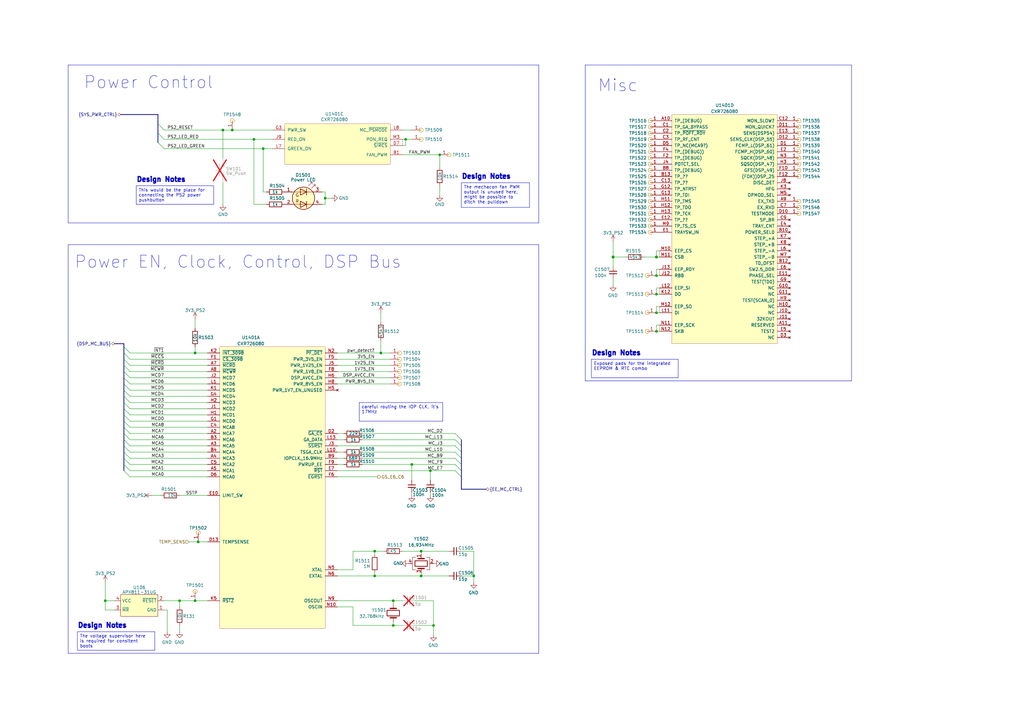
<source format=kicad_sch>
(kicad_sch (version 20230121) (generator eeschema)
  (paper "A3")
  (title_block (title "PS2 Mechanics Controller") (rev "0.3") (comment 5 "-a project by Tschicki"))
  (bus_alias "EE_MC_CTRL" (members "MC_D2" "MC_L13" "MC_J3" "MC_L10" "MC_B9" "MC_F9" "MC_E7"))
  (bus_alias "SYS_PWR_CTRL" (members "PS2_RESET" "PS2_LED_GREEN" "PS2_LED_RED"))
  (junction (at 269.24 120.65))
  (junction (at 81.28 222.25))
  (junction (at 168.91 190.5))
  (junction (at 269.24 128.27))
  (junction (at 166.37 57.15))
  (junction (at 80.01 246.38))
  (junction (at 176.53 193.04))
  (junction (at 251.46 105.41) (diameter 1.016))
  (junction (at 180.34 63.5))
  (junction (at 172.72 236.22))
  (junction (at 172.72 226.06))
  (junction (at 269.24 135.89))
  (junction (at 153.67 236.22))
  (junction (at 269.24 105.41) (diameter 1.016))
  (junction (at 194.31 236.22))
  (junction (at 269.24 113.03))
  (junction (at 95.25 53.34))
  (junction (at 73.66 246.38))
  (junction (at 161.29 246.38))
  (junction (at 156.21 144.78))
  (junction (at 91.44 53.34))
  (junction (at 177.8 256.54))
  (junction (at 43.18 246.38))
  (junction (at 104.14 57.15))
  (junction (at 153.67 226.06))
  (junction (at 161.29 256.54))
  (junction (at 80.01 144.78))
  (junction (at 133.35 81.28))
  (junction (at 107.95 60.96))
  (bus_entry (at 53.3518 182.88) (size -2.54 -2.54))
  (bus_entry (at 53.3518 180.34) (size -2.54 -2.54))
  (bus_entry (at 53.3518 177.8) (size -2.54 -2.54))
  (bus_entry (at 53.3518 175.26) (size -2.54 -2.54))
  (bus_entry (at 53.3518 172.72) (size -2.54 -2.54))
  (bus_entry (at 53.3518 160.02) (size -2.54 -2.54))
  (bus_entry (at 53.3518 162.56) (size -2.54 -2.54))
  (bus_entry (at 53.3518 165.1) (size -2.54 -2.54))
  (bus_entry (at 53.3518 147.32) (size -2.54 -2.54))
  (bus_entry (at 53.3518 149.86) (size -2.54 -2.54))
  (bus_entry (at 53.3518 154.94) (size -2.54 -2.54))
  (bus_entry (at 53.3518 157.48) (size -2.54 -2.54))
  (bus_entry (at 53.3518 152.4) (size -2.54 -2.54))
  (bus_entry (at 53.34 144.78) (size -2.54 -2.54))
  (bus_entry (at 53.3518 190.5) (size -2.54 -2.54))
  (bus_entry (at 53.3518 193.04) (size -2.54 -2.54))
  (bus_entry (at 53.3518 187.96) (size -2.54 -2.54))
  (bus_entry (at 53.3518 185.42) (size -2.54 -2.54))
  (bus_entry (at 53.3518 167.64) (size -2.54 -2.54))
  (bus_entry (at 53.3518 170.18) (size -2.54 -2.54))
  (bus_entry (at 67.31 53.34) (size -2.54 -2.54))
  (bus_entry (at 64.77 54.61) (size 2.54 2.54))
  (bus_entry (at 186.69 180.34) (size 2.54 2.54))
  (bus_entry (at 186.69 185.42) (size 2.54 2.54))
  (bus_entry (at 186.69 190.5) (size 2.54 2.54))
  (bus_entry (at 186.69 193.04) (size 2.54 2.54))
  (bus_entry (at 186.69 187.96) (size 2.54 2.54))
  (bus_entry (at 186.69 177.8) (size 2.54 2.54))
  (bus_entry (at 186.69 182.88) (size 2.54 2.54))
  (bus_entry (at 64.77 58.42) (size 2.54 2.54))
  (bus_entry (at 53.34 195.58) (size -2.54 -2.54))
  (polyline (pts (xy 27.94 91.44) (xy 220.98 91.44)))
  (wire (pts (xy 270.51 110.49) (xy 269.24 110.49)))
  (wire (pts (xy 80.01 246.38) (xy 85.09 246.38)))
  (wire (pts (xy 170.18 246.38) (xy 177.8 246.38)))
  (polyline (pts (xy 27.94 267.97) (xy 220.98 267.97)))
  (wire (pts (xy 85.09 154.94) (xy 53.3518 154.94)))
  (wire (pts (xy 43.18 246.38) (xy 43.18 250.19)))
  (wire (pts (xy 177.8 256.54) (xy 177.8 260.35)))
  (wire (pts (xy 85.09 152.4) (xy 53.3518 152.4)))
  (wire (pts (xy 172.72 226.06) (xy 184.15 226.06)))
  (wire (pts (xy 180.34 76.2) (xy 180.34 80.01)))
  (wire (pts (xy 148.59 177.8) (xy 186.69 177.8)))
  (wire (pts (xy 251.46 99.06) (xy 251.46 105.41)))
  (wire (pts (xy 176.53 193.04) (xy 186.69 193.04)))
  (bus (pts (xy 189.23 195.58) (xy 189.23 200.66)))
  (polyline (pts (xy 220.98 267.97) (xy 220.98 100.33)))
  (wire (pts (xy 53.34 195.58) (xy 85.09 195.58)))
  (wire (pts (xy 68.58 259.08) (xy 68.58 250.19)))
  (wire (pts (xy 156.21 139.7) (xy 156.21 144.78)))
  (wire (pts (xy 148.59 190.5) (xy 168.91 190.5)))
  (wire (pts (xy 161.29 246.38) (xy 165.1 246.38)))
  (wire (pts (xy 269.24 135.89) (xy 270.51 135.89)))
  (wire (pts (xy 138.43 154.94) (xy 160.02 154.94)))
  (wire (pts (xy 85.09 180.34) (xy 53.3518 180.34)))
  (wire (pts (xy 270.51 105.41) (xy 269.24 105.41)))
  (wire (pts (xy 161.29 247.65) (xy 161.29 246.38)))
  (wire (pts (xy 165.1 57.15) (xy 166.37 57.15)))
  (wire (pts (xy 91.44 53.34) (xy 95.25 53.34)))
  (bus (pts (xy 46.99 140.97) (xy 50.8 140.97)))
  (wire (pts (xy 269.24 102.87) (xy 269.24 105.41)))
  (wire (pts (xy 270.51 102.87) (xy 269.24 102.87)))
  (wire (pts (xy 107.95 78.74) (xy 107.95 60.96)))
  (bus (pts (xy 64.77 54.61) (xy 64.77 58.42)))
  (wire (pts (xy 85.09 190.5) (xy 53.3518 190.5)))
  (wire (pts (xy 85.09 157.48) (xy 53.3518 157.48)))
  (bus (pts (xy 49.53 46.99) (xy 64.77 46.99)))
  (wire (pts (xy 148.59 185.42) (xy 186.69 185.42)))
  (wire (pts (xy 80.01 130.81) (xy 80.01 134.62)))
  (wire (pts (xy 53.3518 147.32) (xy 85.09 147.32)))
  (wire (pts (xy 148.59 180.34) (xy 186.69 180.34)))
  (wire (pts (xy 67.31 53.34) (xy 91.44 53.34)))
  (wire (pts (xy 43.18 246.38) (xy 46.99 246.38)))
  (wire (pts (xy 194.31 238.76) (xy 194.31 236.22)))
  (bus (pts (xy 50.8 140.97) (xy 50.8 142.24)))
  (wire (pts (xy 186.69 187.96) (xy 148.59 187.96)))
  (polyline (pts (xy 240.03 27.94) (xy 240.03 156.21)))
  (wire (pts (xy 176.53 201.93) (xy 176.53 203.2)))
  (wire (pts (xy 165.1 63.5) (xy 180.34 63.5)))
  (wire (pts (xy 269.24 105.41) (xy 264.16 105.41)))
  (wire (pts (xy 95.25 53.34) (xy 111.76 53.34)))
  (wire (pts (xy 270.51 118.11) (xy 269.24 118.11)))
  (wire (pts (xy 81.28 222.25) (xy 85.09 222.25)))
  (wire (pts (xy 172.72 234.95) (xy 172.72 236.22)))
  (wire (pts (xy 138.43 157.48) (xy 160.02 157.48)))
  (wire (pts (xy 85.09 170.18) (xy 53.3518 170.18)))
  (polyline (pts (xy 240.03 26.67) (xy 349.25 26.67)))
  (polyline (pts (xy 220.98 91.44) (xy 220.98 26.67)))
  (bus (pts (xy 64.77 50.8) (xy 64.77 54.61)))
  (polyline (pts (xy 240.03 26.67) (xy 240.03 27.94)))
  (wire (pts (xy 172.72 236.22) (xy 184.15 236.22)))
  (wire (pts (xy 269.24 118.11) (xy 269.24 120.65)))
  (wire (pts (xy 68.58 250.19) (xy 67.31 250.19)))
  (wire (pts (xy 189.23 226.06) (xy 194.31 226.06)))
  (wire (pts (xy 111.76 60.96) (xy 107.95 60.96)))
  (wire (pts (xy 133.35 78.74) (xy 132.08 78.74)))
  (wire (pts (xy 138.43 149.86) (xy 160.02 149.86)))
  (wire (pts (xy 161.29 255.27) (xy 161.29 256.54)))
  (wire (pts (xy 144.78 256.54) (xy 161.29 256.54)))
  (wire (pts (xy 144.78 233.68) (xy 138.43 233.68)))
  (bus (pts (xy 199.39 200.66) (xy 189.23 200.66)))
  (wire (pts (xy 270.51 125.73) (xy 269.24 125.73)))
  (wire (pts (xy 109.22 78.74) (xy 107.95 78.74)))
  (wire (pts (xy 138.43 177.8) (xy 140.97 177.8)))
  (wire (pts (xy 67.31 246.38) (xy 73.66 246.38)))
  (wire (pts (xy 269.24 113.03) (xy 270.51 113.03)))
  (wire (pts (xy 156.21 128.27) (xy 156.21 132.08)))
  (wire (pts (xy 73.66 256.54) (xy 73.66 259.08)))
  (wire (pts (xy 80.01 144.78) (xy 85.09 144.78)))
  (wire (pts (xy 156.21 144.78) (xy 160.02 144.78)))
  (bus (pts (xy 189.23 185.42) (xy 189.23 187.96)))
  (wire (pts (xy 85.09 160.02) (xy 53.3518 160.02)))
  (wire (pts (xy 138.43 180.34) (xy 140.97 180.34)))
  (wire (pts (xy 144.78 226.06) (xy 144.78 233.68)))
  (bus (pts (xy 64.77 46.99) (xy 64.77 50.8)))
  (bus (pts (xy 189.23 187.96) (xy 189.23 190.5)))
  (polyline (pts (xy 27.94 26.67) (xy 27.94 91.44)))
  (wire (pts (xy 140.97 185.42) (xy 138.43 185.42)))
  (wire (pts (xy 85.09 193.04) (xy 53.3518 193.04)))
  (wire (pts (xy 180.34 63.5) (xy 180.34 68.58)))
  (wire (pts (xy 53.34 144.78) (xy 80.01 144.78)))
  (wire (pts (xy 172.72 226.06) (xy 165.1 226.06)))
  (wire (pts (xy 170.18 256.54) (xy 177.8 256.54)))
  (wire (pts (xy 168.91 190.5) (xy 168.91 196.85)))
  (wire (pts (xy 161.29 256.54) (xy 165.1 256.54)))
  (wire (pts (xy 194.31 236.22) (xy 194.31 226.06)))
  (wire (pts (xy 133.35 83.82) (xy 133.35 81.28)))
  (wire (pts (xy 43.18 238.76) (xy 43.18 246.38)))
  (wire (pts (xy 166.37 57.15) (xy 168.91 57.15)))
  (wire (pts (xy 73.66 246.38) (xy 80.01 246.38)))
  (bus (pts (xy 189.23 182.88) (xy 189.23 185.42)))
  (wire (pts (xy 138.43 193.04) (xy 176.53 193.04)))
  (wire (pts (xy 67.31 60.96) (xy 107.95 60.96)))
  (wire (pts (xy 270.51 120.65) (xy 269.24 120.65)))
  (wire (pts (xy 85.09 167.64) (xy 53.3518 167.64)))
  (polyline (pts (xy 349.25 156.21) (xy 349.25 26.67)))
  (wire (pts (xy 132.08 83.82) (xy 133.35 83.82)))
  (wire (pts (xy 104.14 57.15) (xy 111.76 57.15)))
  (wire (pts (xy 172.72 226.06) (xy 172.72 227.33)))
  (wire (pts (xy 186.69 190.5) (xy 168.91 190.5)))
  (wire (pts (xy 91.44 53.34) (xy 91.44 64.77)))
  (wire (pts (xy 138.43 182.88) (xy 186.69 182.88)))
  (wire (pts (xy 157.48 226.06) (xy 153.67 226.06)))
  (polyline (pts (xy 27.94 26.67) (xy 220.98 26.67)))
  (wire (pts (xy 176.53 196.85) (xy 176.53 193.04)))
  (wire (pts (xy 85.09 175.26) (xy 53.3518 175.26)))
  (wire (pts (xy 138.43 147.32) (xy 160.02 147.32)))
  (bus (pts (xy 189.23 190.5) (xy 189.23 193.04)))
  (wire (pts (xy 251.46 105.41) (xy 256.54 105.41)))
  (wire (pts (xy 177.8 246.38) (xy 177.8 256.54)))
  (wire (pts (xy 138.43 144.78) (xy 156.21 144.78)))
  (wire (pts (xy 165.1 59.69) (xy 166.37 59.69)))
  (wire (pts (xy 138.43 246.38) (xy 161.29 246.38)))
  (wire (pts (xy 270.51 133.35) (xy 269.24 133.35)))
  (wire (pts (xy 189.23 236.22) (xy 194.31 236.22)))
  (wire (pts (xy 109.22 83.82) (xy 104.14 83.82)))
  (wire (pts (xy 85.09 182.88) (xy 53.3518 182.88)))
  (bus (pts (xy 189.23 180.34) (xy 189.23 182.88)))
  (wire (pts (xy 153.67 226.06) (xy 144.78 226.06)))
  (wire (pts (xy 144.78 256.54) (xy 144.78 248.92)))
  (wire (pts (xy 144.78 248.92) (xy 138.43 248.92)))
  (wire (pts (xy 62.23 203.2) (xy 66.04 203.2)))
  (wire (pts (xy 138.43 190.5) (xy 140.97 190.5)))
  (wire (pts (xy 85.09 149.86) (xy 53.3518 149.86)))
  (wire (pts (xy 166.37 59.69) (xy 166.37 57.15)))
  (wire (pts (xy 165.1 53.34) (xy 168.91 53.34)))
  (wire (pts (xy 133.35 81.28) (xy 135.89 81.28)))
  (wire (pts (xy 153.67 236.22) (xy 153.67 234.95)))
  (polyline (pts (xy 27.94 100.33) (xy 27.94 267.97)))
  (wire (pts (xy 91.44 74.93) (xy 91.44 83.82)))
  (wire (pts (xy 77.47 222.25) (xy 81.28 222.25)))
  (wire (pts (xy 67.31 57.15) (xy 104.14 57.15)))
  (wire (pts (xy 138.43 152.4) (xy 160.02 152.4)))
  (wire (pts (xy 85.09 185.42) (xy 53.3518 185.42)))
  (wire (pts (xy 251.46 105.41) (xy 251.46 109.22)))
  (wire (pts (xy 153.67 226.06) (xy 153.67 227.33)))
  (wire (pts (xy 172.72 236.22) (xy 153.67 236.22)))
  (wire (pts (xy 269.24 128.27) (xy 270.51 128.27)))
  (wire (pts (xy 251.46 114.3) (xy 251.46 116.84)))
  (wire (pts (xy 269.24 125.73) (xy 269.24 128.27)))
  (polyline (pts (xy 240.03 156.21) (xy 349.25 156.21)))
  (wire (pts (xy 85.09 165.1) (xy 53.3518 165.1)))
  (wire (pts (xy 85.09 177.8) (xy 53.3518 177.8)))
  (wire (pts (xy 269.24 110.49) (xy 269.24 113.03)))
  (wire (pts (xy 140.97 187.96) (xy 138.43 187.96)))
  (wire (pts (xy 85.09 162.56) (xy 53.3518 162.56)))
  (bus (pts (xy 50.8 142.24) (xy 50.8 193.04)))
  (wire (pts (xy 153.67 236.22) (xy 138.43 236.22)))
  (wire (pts (xy 138.43 195.58) (xy 154.94 195.58)))
  (wire (pts (xy 168.91 203.2) (xy 168.91 201.93)))
  (wire (pts (xy 43.18 250.19) (xy 46.99 250.19)))
  (wire (pts (xy 104.14 83.82) (xy 104.14 57.15)))
  (wire (pts (xy 133.35 81.28) (xy 133.35 78.74)))
  (bus (pts (xy 189.23 193.04) (xy 189.23 195.58)))
  (polyline (pts (xy 27.94 100.33) (xy 220.98 100.33)))
  (wire (pts (xy 80.01 142.24) (xy 80.01 144.78)))
  (wire (pts (xy 269.24 133.35) (xy 269.24 135.89)))
  (wire (pts (xy 85.09 187.96) (xy 53.3518 187.96)))
  (wire (pts (xy 73.66 203.2) (xy 85.09 203.2)))
  (wire (pts (xy 73.66 246.38) (xy 73.66 248.92)))
  (wire (pts (xy 85.09 172.72) (xy 53.3518 172.72)))
  (text_box "Exposed pads for the integrated EEPROM & RTC combo" (at 242.57 147.32 0) (size 35.56 7.62) (effects (font (size 1.27 1.27)) (justify left top)))
  (text_box "The voltage supervisor here \nis required for consitent boots" (at 31.75 259.08 0) (size 31.75 7.62) (effects (font (size 1.27 1.27)) (justify left top)))
  (text_box "The mechacon fan PWM output is unused here, might be possible to ditch the pulldown" (at 189.23 74.93 0) (size 27.94 10.16) (effects (font (size 1.27 1.27)) (justify left top)))
  (text_box "This would be the place for \nconnecting the PS2 power pushbutton" (at 55.88 76.2 0) (size 31.75 7.62) (effects (font (size 1.27 1.27)) (justify left top)))
  (text_box "careful routing the IOP CLK, it's 17MHz" (at 147.32 165.1 0) (size 34.29 7.62) (effects (font (size 1.27 1.27)) (justify left top)))
  (text "Design Notes" (at 189.23 73.66 0) (effects (font (size 2 2) (thickness 1) bold) (justify left bottom)))
  (text "Design Notes" (at 55.88 74.93 0) (effects (font (size 2 2) (thickness 1) bold) (justify left bottom)))
  (text "Power Control" (at 34.29 36.83 0) (effects (font (size 5 5)) (justify left bottom)))
  (text "Power EN, Clock, Control, DSP Bus" (at 30.48 110.49 0) (effects (font (size 5 5)) (justify left bottom)))
  (text "Misc" (at 245.11 38.1 0) (effects (font (size 5 5)) (justify left bottom)))
  (text "Design Notes" (at 242.57 146.05 0) (effects (font (size 2 2) (thickness 1) bold) (justify left bottom)))
  (text "Design Notes" (at 31.75 257.81 0) (effects (font (size 2 2) (thickness 1) bold) (justify left bottom)))
  (label "MCD0" (at 67.2982 172.72 180))
  (label "MCA1" (at 67.2639 193.04 180))
  (label "MC_J3" (at 181.61 182.88 180))
  (label "1V75_EN" (at 153.67 152.4 180))
  (label "PWR_8V5_EN" (at 153.67 157.48 180))
  (label "~{INT1}" (at 67.31 144.78 180))
  (label "MC_E7" (at 181.61 193.04 180))
  (label "MCA7" (at 67.31 177.8 180))
  (label "SSTP" (at 76.2 203.2 0))
  (label "MC_L13" (at 181.61 180.34 180))
  (label "PS2_LED_GREEN" (at 68.58 60.96 0))
  (label "MCD4" (at 67.31 162.56 180))
  (label "MCA0" (at 67.31 195.58 180))
  (label "MCA3" (at 67.31 187.96 180))
  (label "MC_B9" (at 181.61 187.96 180))
  (label "MCA2" (at 67.1612 190.5 180))
  (label "MCD3" (at 67.31 165.1 180))
  (label "MCD5" (at 67.31 160.02 180))
  (label "DSP_AVCC_EN" (at 153.67 154.94 180))
  (label "MCD2" (at 67.31 167.64 180))
  (label "pwr_detect?" (at 153.67 144.78 180))
  (label "MCA6" (at 67.31 180.34 180))
  (label "~{MCWR}" (at 67.31 152.4 180))
  (label "~{MCCS}" (at 67.31 147.32 180))
  (label "MCD1" (at 67.31 170.18 180))
  (label "PS2_LED_RED" (at 68.58 57.15 0))
  (label "MCD7" (at 67.31 154.94 180))
  (label "MCA5" (at 67.31 182.88 180))
  (label "FAN_PWM" (at 176.53 63.5 180))
  (label "MCD6" (at 67.31 157.48 180))
  (label "MCA8" (at 67.31 175.26 180))
  (label "PS2_RESET" (at 68.58 53.34 0))
  (label "MC_L10" (at 181.61 185.42 180))
  (label "~{MCRD}" (at 67.31 149.86 180))
  (label "3V5_EN" (at 153.67 147.32 180))
  (label "MC_F9" (at 181.61 190.5 180))
  (label "MCA4" (at 67.31 185.42 180))
  (label "MC_D2" (at 181.61 177.8 180))
  (label "1V25_EN" (at 153.67 149.86 180))
  (hierarchical_label "{DSP_MC_BUS}" (shape bidirectional) (at 46.99 140.97 180))
  (hierarchical_label "{EE_MC_CTRL}" (shape bidirectional) (at 199.39 200.66 0))
  (hierarchical_label "TEMP_SENS" (shape input) (at 77.47 222.25 180))
  (hierarchical_label "GS_E6_C6" (shape output) (at 154.94 195.58 0))
  (hierarchical_label "{SYS_PWR_CTRL}" (shape bidirectional) (at 49.53 46.99 180))
  (symbol (lib_id "PS2:Solder_Point") (at 327.66 85.09 0) (unit 1) (in_bom no)
    (property "Reference" "TP1546" (at 332.74 85.09 0))
    (property "Value" "Solder_Point" (effects hide))
    (property "Footprint" "PS2:Solder_Point_127" (effects hide))
  )
  (symbol (lib_id "PS2:3V5") (at 43.18 238.76 0) (mirror y) (unit 1)
    (property "Reference" "#PWR01501" (effects hide))
    (property "Value" "3V3_PS2" (at 43.18 235.204 0))
  )
  (symbol (lib_id "PS2_Resistors:R_10k_0402") (at 73.66 252.73 0) (unit 1)
    (property "Reference" "R131" (at 74.93 252.73 0) (effects (justify left)))
    (property "Value" "10k" (at 73.66 254.635 90) (effects (justify left)))
    (property "Footprint" "PS2:R_0402_1005Metric" (effects hide))
    (property "Part Number" "RC0402JR-0710KL" (effects hide))
    (instances (project "Trion_T20_Devboard_02" (path "" (reference "R131") (unit 1)) (path "" (reference "R106") (unit 1))) (project "PS2_79004_Rev_0_4" (path "" (reference "R1502") (unit 1))))
  )
  (symbol (lib_id "PS2:Solder_Point") (at 327.66 62.23 0) (unit 1) (in_bom no)
    (property "Reference" "TP1540" (at 332.74 62.23 0))
    (property "Value" "Solder_Point" (effects hide))
    (property "Footprint" "PS2:Solder_Point_127" (effects hide))
  )
  (symbol (lib_id "PS2:Solder_Point") (at 172.72 53.34 0) (unit 1) (in_bom no)
    (property "Reference" "TP1509" (at 177.8 53.34 0))
    (property "Value" "Solder_Point" (effects hide))
    (property "Footprint" "PS2:Solder_Point_127" (effects hide))
  )
  (symbol (lib_id "PS2:Solder_Point") (at 265.43 135.89 0) (mirror y) (unit 1) (in_bom no)
    (property "Reference" "TP1515" (at 260.35 135.89 0))
    (property "Value" "Solder_Point" (effects hide))
    (property "Footprint" "PS2:Solder_Point_127" (effects hide))
  )
  (symbol (lib_id "PS2:Solder_Point") (at 266.7 85.09 180) (unit 1) (in_bom no)
    (property "Reference" "TP1530" (at 261.62 85.09 0))
    (property "Value" "Solder_Point" (effects hide))
    (property "Footprint" "PS2:Solder_Point_127" (effects hide))
  )
  (symbol (lib_id "power:GND") (at 167.64 231.14 270) (mirror x) (unit 1)
    (property "Reference" "#PWR01509" (effects hide))
    (property "Value" "GND" (at 163.3156 231.0257 90))
  )
  (symbol (lib_id "PS2:Solder_Point") (at 266.7 87.63 180) (unit 1) (in_bom no)
    (property "Reference" "TP1531" (at 261.62 87.63 0))
    (property "Value" "Solder_Point" (effects hide))
    (property "Footprint" "PS2:Solder_Point_127" (effects hide))
  )
  (symbol (lib_id "PS2_Resistors:R_1k_0402") (at 144.78 185.42 90) (unit 1)
    (property "Reference" "R1508" (at 153.67 184.15 90) (effects (justify left)))
    (property "Value" "1k" (at 146.183 185.42 90) (effects (justify left)))
    (property "Footprint" "PS2:R_0402_1005Metric" (effects hide))
    (property "Part Number" "RC0402FR-071KL" (effects hide))
  )
  (symbol (lib_id "PS2_Resistors:R_10k_0402") (at 80.01 138.43 0) (mirror y) (unit 1)
    (property "Reference" "R1503" (at 87.63 138.43 0) (effects (justify left)))
    (property "Value" "10k" (at 80.01 140.335 90) (effects (justify left)))
    (property "Footprint" "PS2:R_0402_1005Metric" (effects hide))
    (property "Part Number" "RC0402JR-0710KL" (effects hide))
  )
  (symbol (lib_id "PS2_Capacitors:C_15p_0402") (at 167.64 246.38 270) (mirror x) (unit 1) (dnp yes)
    (property "Reference" "C1501" (at 168.91 245.11 90) (effects (justify left)))
    (property "Value" "15p" (at 168.91 247.65 90) (effects (justify left)))
    (property "Footprint" "PS2:C_0402_1005Metric" (effects hide))
    (property "Part Number" "CC0402JRNPO9BN150" (effects hide))
  )
  (symbol (lib_id "PS2:Solder_Point") (at 327.66 49.53 0) (unit 1) (in_bom no)
    (property "Reference" "TP1535" (at 332.74 49.53 0))
    (property "Value" "Solder_Point" (effects hide))
    (property "Footprint" "PS2:Solder_Point_127" (effects hide))
  )
  (symbol (lib_id "PS2:Solder_Point") (at 163.83 147.32 0) (unit 1) (in_bom no)
    (property "Reference" "TP1504" (at 168.91 147.32 0))
    (property "Value" "Solder_Point" (effects hide))
    (property "Footprint" "PS2:Solder_Point_127" (effects hide))
  )
  (symbol (lib_id "PS2:Solder_Point") (at 95.25 49.53 90) (unit 1) (in_bom no)
    (property "Reference" "TP1548" (at 95.25 46.99 90))
    (property "Value" "Solder_Point" (effects hide))
    (property "Footprint" "PS2:Solder_Point_127" (effects hide))
  )
  (symbol (lib_id "PS2:3V5") (at 251.46 99.06 0) (mirror y) (unit 1)
    (property "Reference" "#PWR01516" (effects hide))
    (property "Value" "3V3_PS2" (at 251.46 95.504 0))
  )
  (symbol (lib_id "PS2:Crystal") (at 161.29 251.46 270) (unit 1)
    (property "Reference" "Y1501" (at 152.4 250.19 90) (effects (justify left)))
    (property "Value" "32.768kHz" (at 147.32 252.73 90) (effects (justify left)))
    (property "Footprint" "PS2:Crystal_SMD_MicroCrystal_CM9V-T1A-2Pin_1.6x1.0mm" (effects hide))
    (property "Part Number" "ABS05-32.768KHZ-9-T" (effects hide))
  )
  (symbol (lib_id "PS2:3V5") (at 80.01 130.81 0) (unit 1)
    (property "Reference" "#PWR01505" (effects hide))
    (property "Value" "3V3_PS2" (at 80.01 127.254 0))
  )
  (symbol (lib_id "PS2:3V5") (at 156.21 128.27 0) (mirror y) (unit 1)
    (property "Reference" "#PWR01508" (effects hide))
    (property "Value" "3V3_PS2" (at 156.21 124.714 0))
  )
  (symbol (lib_id "PS2:Solder_Point") (at 327.66 54.61 0) (unit 1) (in_bom no)
    (property "Reference" "TP1537" (at 332.74 54.61 0))
    (property "Value" "Solder_Point" (effects hide))
    (property "Footprint" "PS2:Solder_Point_127" (effects hide))
  )
  (symbol (lib_id "PS2:Solder_Point") (at 81.28 218.44 90) (unit 1) (in_bom no)
    (property "Reference" "TP1502" (at 81.28 216.535 90))
    (property "Value" "Solder_Point" (effects hide))
    (property "Footprint" "PS2:Solder_Point_127" (effects hide))
  )
  (symbol (lib_id "PS2_Resistors:R_45k3_0402") (at 260.35 105.41 90) (unit 1)
    (property "Reference" "R1515" (at 262.89 102.87 90) (effects (justify left)))
    (property "Value" "45k3" (at 262.89 105.41 90) (effects (justify left)))
    (property "Footprint" "PS2:R_0402_1005Metric" (effects hide))
    (property "Part Number" "RC0402FR-0745K3L" (effects hide))
  )
  (symbol (lib_id "PS2:Solder_Point") (at 266.7 62.23 180) (unit 1) (in_bom no)
    (property "Reference" "TP1521" (at 261.62 62.23 0))
    (property "Value" "Solder_Point" (effects hide))
    (property "Footprint" "PS2:Solder_Point_127" (effects hide))
  )
  (symbol (lib_id "PS2_Resistors:R_1k_0402") (at 144.78 190.5 90) (unit 1)
    (property "Reference" "R1510" (at 153.67 189.23 90) (effects (justify left)))
    (property "Value" "1k" (at 146.183 190.5 90) (effects (justify left)))
    (property "Footprint" "PS2:R_0402_1005Metric" (effects hide))
    (property "Part Number" "RC0402FR-071KL" (effects hide))
  )
  (symbol (lib_id "PS2_Capacitors:C_100n_0402") (at 251.46 111.76 0) (unit 1)
    (property "Reference" "C1507" (at 243.84 110.49 0) (effects (justify left)))
    (property "Value" "100n" (at 243.84 113.03 0) (effects (justify left)))
    (property "Footprint" "PS2:C_0402_1005Metric" (effects hide))
    (property "Datasheet" "https://www.mouser.at/datasheet/2/447/UPY_NP0X5R_01005_4V_to_25V_V10-3003057.pdf" (effects hide))
    (property "Part Number" "CC0402KRX7R7BB104" (effects hide))
  )
  (symbol (lib_id "PS2:Solder_Point") (at 266.7 95.25 180) (unit 1) (in_bom no)
    (property "Reference" "TP1534" (at 261.62 95.25 0))
    (property "Value" "Solder_Point" (effects hide))
    (property "Footprint" "PS2:Solder_Point_127" (effects hide))
  )
  (symbol (lib_id "PS2:Solder_Point") (at 265.43 120.65 0) (mirror y) (unit 1) (in_bom no)
    (property "Reference" "TP1513" (at 260.35 120.65 0))
    (property "Value" "Solder_Point" (effects hide))
    (property "Footprint" "PS2:Solder_Point_127" (effects hide))
  )
  (symbol (lib_id "PS2:Solder_Point") (at 266.7 90.17 180) (unit 1) (in_bom no)
    (property "Reference" "TP1532" (at 261.62 90.17 0))
    (property "Value" "Solder_Point" (effects hide))
    (property "Footprint" "PS2:Solder_Point_127" (effects hide))
  )
  (symbol (lib_id "PS2:3V5") (at 62.23 203.2 90) (unit 1)
    (property "Reference" "#PWR01502" (effects hide))
    (property "Value" "3V3_PS2" (at 55.88 203.2 90))
  )
  (symbol (lib_id "PS2_Resistors:R_45k3_0402") (at 156.21 135.89 0) (mirror y) (unit 1)
    (property "Reference" "R1512" (at 163.83 135.89 0) (effects (justify left)))
    (property "Value" "45k3" (at 156.21 138.43 90) (effects (justify left)))
    (property "Footprint" "PS2:R_0402_1005Metric" (effects hide))
    (property "Part Number" "RC0402FR-0745K3L" (effects hide))
  )
  (symbol (lib_id "PS2:Solder_Point") (at 266.7 54.61 180) (unit 1) (in_bom no)
    (property "Reference" "TP1518" (at 261.62 54.61 0))
    (property "Value" "Solder_Point" (effects hide))
    (property "Footprint" "PS2:Solder_Point_127" (effects hide))
  )
  (symbol (lib_id "PS2:Solder_Point") (at 266.7 49.53 180) (unit 1) (in_bom no)
    (property "Reference" "TP1516" (at 261.62 49.53 0))
    (property "Value" "Solder_Point" (effects hide))
    (property "Footprint" "PS2:Solder_Point_127" (effects hide))
  )
  (symbol (lib_id "PS2:Solder_Point") (at 163.83 149.86 0) (unit 1) (in_bom no)
    (property "Reference" "TP1505" (at 168.91 149.86 0))
    (property "Value" "Solder_Point" (effects hide))
    (property "Footprint" "PS2:Solder_Point_127" (effects hide))
  )
  (symbol (lib_id "power:GND") (at 135.89 81.28 90) (unit 1)
    (property "Reference" "#PWR01507" (effects hide))
    (property "Value" "GND" (at 140.97 81.28 90))
  )
  (symbol (lib_id "PS2:Solder_Point") (at 266.7 82.55 180) (unit 1) (in_bom no)
    (property "Reference" "TP1529" (at 261.62 82.55 0))
    (property "Value" "Solder_Point" (effects hide))
    (property "Footprint" "PS2:Solder_Point_127" (effects hide))
  )
  (symbol (lib_id "PS2_Resistors:R_1M_0402") (at 153.67 231.14 0) (mirror y) (unit 1)
    (property "Reference" "R1511" (at 151.8919 229.9906 0) (effects (justify left)))
    (property "Value" "1M" (at 151.892 232.289 0) (effects (justify left)))
    (property "Footprint" "PS2:R_0402_1005Metric" (effects hide))
    (property "Part Number" "RC0402FR-071ML" (effects hide))
  )
  (symbol (lib_id "power:GND") (at 68.58 259.08 0) (mirror y) (unit 1)
    (property "Reference" "#PWR01503" (effects hide))
    (property "Value" "GND" (at 68.4657 263.4044 0))
  )
  (symbol (lib_id "PS2_Capacitors:C_100n_0402") (at 168.91 199.39 0) (unit 1)
    (property "Reference" "C1503" (at 169.2022 201.0346 0) (effects (justify left)))
    (property "Value" "100n" (at 169.2022 202.8253 0) (effects (justify left)))
    (property "Footprint" "PS2:C_0402_1005Metric" (effects hide))
    (property "Datasheet" "https://www.mouser.at/datasheet/2/447/UPY_NP0X5R_01005_4V_to_25V_V10-3003057.pdf" (effects hide))
    (property "Part Number" "CC0402KRX7R7BB104" (effects hide))
  )
  (symbol (lib_id "PS2:Solder_Point") (at 163.83 157.48 0) (unit 1) (in_bom no)
    (property "Reference" "TP1508" (at 168.91 157.48 0))
    (property "Value" "Solder_Point" (effects hide))
    (property "Footprint" "PS2:Solder_Point_127" (effects hide))
  )
  (symbol (lib_id "PS2:Solder_Point") (at 266.7 57.15 180) (unit 1) (in_bom no)
    (property "Reference" "TP1519" (at 261.62 57.15 0))
    (property "Value" "Solder_Point" (effects hide))
    (property "Footprint" "PS2:Solder_Point_127" (effects hide))
  )
  (symbol (lib_id "PS2:Solder_Point") (at 327.66 64.77 0) (unit 1) (in_bom no)
    (property "Reference" "TP1541" (at 332.74 64.77 0))
    (property "Value" "Solder_Point" (effects hide))
    (property "Footprint" "PS2:Solder_Point_127" (effects hide))
  )
  (symbol (lib_id "PS2_Resistors:R_1k_0402") (at 113.03 78.74 270) (mirror x) (unit 1)
    (property "Reference" "R1504" (at 110.49 76.2 90) (effects (justify left)))
    (property "Value" "1k" (at 111.627 78.74 90) (effects (justify left)))
    (property "Footprint" "PS2:R_0402_1005Metric" (effects hide))
    (property "Part Number" "RC0402FR-071KL" (effects hide))
  )
  (symbol (lib_id "power:GND") (at 177.8 260.35 0) (mirror y) (unit 1)
    (property "Reference" "#PWR01513" (effects hide))
    (property "Value" "GND" (at 177.6857 264.6744 0))
  )
  (symbol (lib_id "PS2:Solder_Point") (at 327.66 72.39 0) (unit 1) (in_bom no)
    (property "Reference" "TP1544" (at 332.74 72.39 0))
    (property "Value" "Solder_Point" (effects hide))
    (property "Footprint" "PS2:Solder_Point_127" (effects hide))
  )
  (symbol (lib_id "PS2_Resistors:R_1k_0402") (at 113.03 83.82 270) (mirror x) (unit 1)
    (property "Reference" "R1505" (at 110.49 81.28 90) (effects (justify left)))
    (property "Value" "1k" (at 111.627 83.82 90) (effects (justify left)))
    (property "Footprint" "PS2:R_0402_1005Metric" (effects hide))
    (property "Part Number" "RC0402FR-071KL" (effects hide))
  )
  (symbol (lib_id "PS2:Solder_Point") (at 163.83 152.4 0) (unit 1) (in_bom no)
    (property "Reference" "TP1506" (at 168.91 152.4 0))
    (property "Value" "Solder_Point" (effects hide))
    (property "Footprint" "PS2:Solder_Point_127" (effects hide))
  )
  (symbol (lib_id "PS2:Crystal_GND24") (at 172.72 231.14 270) (unit 1)
    (property "Reference" "Y1502" (at 172.72 220.98 90))
    (property "Value" "16,934MHz" (at 172.72 223.52 90))
    (property "Footprint" "PS2:Crystal_SMD_3225-4Pin_3.2x2.5mm" (effects hide))
    (property "Part Number" "NX3225GA-16.9344M-STD-CRG-2‎" (effects hide))
  )
  (symbol (lib_id "PS2:Solder_Point") (at 327.66 87.63 0) (unit 1) (in_bom no)
    (property "Reference" "TP1547" (at 332.74 87.63 0))
    (property "Value" "Solder_Point" (effects hide))
    (property "Footprint" "PS2:Solder_Point_127" (effects hide))
  )
  (symbol (lib_id "PS2:Solder_Point") (at 266.7 72.39 180) (unit 1) (in_bom no)
    (property "Reference" "TP1525" (at 261.62 72.39 0))
    (property "Value" "Solder_Point" (effects hide))
    (property "Footprint" "PS2:Solder_Point_127" (effects hide))
  )
  (symbol (lib_id "PS2:Solder_Point") (at 266.7 64.77 180) (unit 1) (in_bom no)
    (property "Reference" "TP1522" (at 261.62 64.77 0))
    (property "Value" "Solder_Point" (effects hide))
    (property "Footprint" "PS2:Solder_Point_127" (effects hide))
  )
  (symbol (lib_id "power:GND") (at 73.66 259.08 0) (mirror y) (unit 1)
    (property "Reference" "#PWR01504" (effects hide))
    (property "Value" "GND" (at 73.5457 263.4044 0))
  )
  (symbol (lib_id "PS2:APX811-31UG") (at 46.99 246.38 0) (unit 1)
    (property "Reference" "U106" (at 57.15 240.9571 0))
    (property "Value" "APX811-31UG" (at 57.15 242.8781 0))
    (property "Footprint" "PS2:SOT-143" (effects hide))
    (property "Datasheet" "https://www.diodes.com/assets/Datasheets/APX811_812.pdf" (effects hide))
    (property "Part Number" "APX811-31UG-7" (effects hide))
    (instances (project "Trion_T20_Devboard_02" (path "" (reference "U106") (unit 1)) (path "" (reference "U104") (unit 1))) (project "PS2_79004_Rev_0_4" (path "" (reference "U1501") (unit 1))))
  )
  (symbol (lib_id "PS2_Resistors:R_10k_0402") (at 180.34 72.39 0) (mirror x) (unit 1)
    (property "Reference" "R1514" (at 181.61 72.39 0) (effects (justify left)))
    (property "Value" "10k" (at 180.34 70.485 90) (effects (justify left)))
    (property "Footprint" "PS2:R_0402_1005Metric" (effects hide))
    (property "Part Number" "RC0402JR-0710KL" (effects hide))
  )
  (symbol (lib_id "PS2_Resistors:R_1k_0402") (at 144.78 180.34 90) (unit 1)
    (property "Reference" "R1507" (at 153.67 179.07 90) (effects (justify left)))
    (property "Value" "1k" (at 146.183 180.34 90) (effects (justify left)))
    (property "Footprint" "PS2:R_0402_1005Metric" (effects hide))
    (property "Part Number" "RC0402FR-071KL" (effects hide))
  )
  (symbol (lib_id "PS2:Solder_Point") (at 327.66 59.69 0) (unit 1) (in_bom no)
    (property "Reference" "TP1539" (at 332.74 59.69 0))
    (property "Value" "Solder_Point" (effects hide))
    (property "Footprint" "PS2:Solder_Point_127" (effects hide))
  )
  (symbol (lib_id "PS2_Capacitors:C_15p_0402") (at 186.69 226.06 270) (mirror x) (unit 1)
    (property "Reference" "C1505" (at 187.96 224.79 90) (effects (justify left)))
    (property "Value" "15p" (at 187.96 227.33 90) (effects (justify left)))
    (property "Footprint" "PS2:C_0402_1005Metric" (effects hide))
    (property "Part Number" "CC0402JRNPO9BN150" (effects hide))
  )
  (symbol (lib_id "PS2_Resistors:R_68R_0402") (at 144.78 187.96 270) (mirror x) (unit 1)
    (property "Reference" "R1509" (at 147.32 186.69 90) (effects (justify left)))
    (property "Value" "68R" (at 142.869 187.96 90) (effects (justify left)))
    (property "Footprint" "PS2:R_0402_1005Metric" (effects hide))
    (property "Part Number" "RC0402FR-0768RL" (effects hide))
  )
  (symbol (lib_id "power:GND") (at 168.91 203.2 0) (mirror y) (unit 1)
    (property "Reference" "#PWR01510" (effects hide))
    (property "Value" "GND" (at 168.7957 207.5244 0))
  )
  (symbol (lib_id "power:GND") (at 194.31 238.76 0) (mirror y) (unit 1)
    (property "Reference" "#PWR01515" (effects hide))
    (property "Value" "GND" (at 194.1957 243.0844 0))
  )
  (symbol (lib_id "PS2_Resistors:R_22R_0402") (at 144.78 177.8 90) (unit 1)
    (property "Reference" "R1506" (at 153.67 176.53 90) (effects (justify left)))
    (property "Value" "22R" (at 146.945 177.8 90) (effects (justify left)))
    (property "Footprint" "PS2:R_0402_1005Metric" (effects hide))
    (property "Part Number" "RC0402FR-0722RL" (effects hide))
  )
  (symbol (lib_id "PS2:Solder_Point") (at 327.66 67.31 0) (unit 1) (in_bom no)
    (property "Reference" "TP1542" (at 332.74 67.31 0))
    (property "Value" "Solder_Point" (effects hide))
    (property "Footprint" "PS2:Solder_Point_127" (effects hide))
  )
  (symbol (lib_id "PS2_Resistors:R_10k_0402") (at 69.85 203.2 90) (mirror x) (unit 1)
    (property "Reference" "R1501" (at 72.39 200.66 90) (effects (justify left)))
    (property "Value" "10k" (at 72.39 203.2 90) (effects (justify left)))
    (property "Footprint" "PS2:R_0402_1005Metric" (effects hide))
    (property "Part Number" "RC0402JR-0710KL" (effects hide))
  )
  (symbol (lib_id "PS2:Solder_Point") (at 265.43 113.03 0) (mirror y) (unit 1) (in_bom no)
    (property "Reference" "TP1512" (at 260.35 113.03 0))
    (property "Value" "Solder_Point" (effects hide))
    (property "Footprint" "PS2:Solder_Point_127" (effects hide))
  )
  (symbol (lib_id "PS2:Solder_Point") (at 327.66 82.55 0) (unit 1) (in_bom no)
    (property "Reference" "TP1545" (at 332.74 82.55 0))
    (property "Value" "Solder_Point" (effects hide))
    (property "Footprint" "PS2:Solder_Point_127" (effects hide))
  )
  (symbol (lib_id "power:GND") (at 177.8 231.14 90) (mirror x) (unit 1)
    (property "Reference" "#PWR01512" (effects hide))
    (property "Value" "GND" (at 182.1244 231.2543 90))
  )
  (symbol (lib_id "PS2:Solder_Point") (at 266.7 67.31 180) (unit 1) (in_bom no)
    (property "Reference" "TP1523" (at 261.62 67.31 0))
    (property "Value" "Solder_Point" (effects hide))
    (property "Footprint" "PS2:Solder_Point_127" (effects hide))
  )
  (symbol (lib_id "power:GND") (at 176.53 203.2 0) (mirror y) (unit 1)
    (property "Reference" "#PWR01511" (effects hide))
    (property "Value" "GND" (at 176.4157 207.5244 0))
  )
  (symbol (lib_id "PS2:Solder_Point") (at 266.7 52.07 180) (unit 1) (in_bom no)
    (property "Reference" "TP1517" (at 261.62 52.07 0))
    (property "Value" "Solder_Point" (effects hide))
    (property "Footprint" "PS2:Solder_Point_127" (effects hide))
  )
  (symbol (lib_id "PS2:Solder_Point") (at 80.01 242.57 90) (unit 1) (in_bom no)
    (property "Reference" "TP1501" (at 80.01 240.03 90))
    (property "Value" "Solder_Point" (effects hide))
    (property "Footprint" "PS2:Solder_Point_127" (effects hide))
  )
  (symbol (lib_id "Switch:SW_Push") (at 91.44 69.85 90) (mirror x) (unit 1) (on_board no) (dnp yes)
    (property "Reference" "SW101" (at 92.583 69.2063 90) (effects (justify right)))
    (property "Value" "SW_Push" (at 92.583 71.1273 90) (effects (justify right)))
    (property "Footprint" "PS2:SW_SPST_TL3342" (effects hide))
    (property "Part Number" "TL3342F160QG/TR" (effects hide))
    (instances (project "Alchitry_Base_Top_Bot" (path "" (reference "SW101") (unit 1))) (project "Trion_T20_Devboard_02" (path "" (reference "SW104") (unit 1)) (path "" (reference "SW102") (unit 1))) (project "PS2_79004_Rev_0_4" (path "" (reference "SW1501") (unit 1))))
  )
  (symbol (lib_id "PS2:LED_Dual_AAKK") (at 124.46 81.28 0) (unit 1)
    (property "Reference" "D1501" (at 124.333 71.7931 0))
    (property "Value" "Power LED" (at 124.333 73.7141 0))
    (property "Footprint" "PS2:LED_Lite-ON_LTST-C155" (effects hide))
    (property "Part Number" "LTST-C155KGJRKT" (effects hide))
  )
  (symbol (lib_id "PS2:Solder_Point") (at 266.7 59.69 180) (unit 1) (in_bom no)
    (property "Reference" "TP1520" (at 261.62 59.69 0))
    (property "Value" "Solder_Point" (effects hide))
    (property "Footprint" "PS2:Solder_Point_127" (effects hide))
  )
  (symbol (lib_id "PS2_Capacitors:C_15p_0402") (at 167.64 256.54 270) (unit 1) (dnp yes)
    (property "Reference" "C1502" (at 168.91 255.27 90) (effects (justify left)))
    (property "Value" "15p" (at 168.91 257.81 90) (effects (justify left)))
    (property "Footprint" "PS2:C_0402_1005Metric" (effects hide))
    (property "Part Number" "CC0402JRNPO9BN150" (effects hide))
  )
  (symbol (lib_id "PS2:CXR726080") (at 85.09 144.78 0) (unit 1)
    (property "Reference" "U1401" (at 102.87 138.43 0))
    (property "Value" "CXR726080" (at 102.87 140.97 0))
    (property "Footprint" "PS2:BGA-169_14.0x14.0mm_Layout13x13_P1.0mm" (effects hide))
    (property "Part Number" "get from PS2 79k/90k" (effects hide))
  )
  (symbol (lib_id "PS2:CXR726080") (at 270.51 49.53 0) (unit 4)
    (property "Reference" "U1401" (at 297.18 43.18 0))
    (property "Value" "CXR726080" (at 297.18 45.72 0))
    (property "Footprint" "PS2:BGA-169_14.0x14.0mm_Layout13x13_P1.0mm" (effects hide))
    (property "Part Number" "get from PS2 79k/90k" (effects hide))
  )
  (symbol (lib_id "PS2_Capacitors:C_15p_0402") (at 186.69 236.22 270) (unit 1)
    (property "Reference" "C1506" (at 187.96 234.95 90) (effects (justify left)))
    (property "Value" "15p" (at 187.96 237.49 90) (effects (justify left)))
    (property "Footprint" "PS2:C_0402_1005Metric" (effects hide))
    (property "Part Number" "CC0402JRNPO9BN150" (effects hide))
  )
  (symbol (lib_id "PS2:Solder_Point") (at 327.66 69.85 0) (unit 1) (in_bom no)
    (property "Reference" "TP1543" (at 332.74 69.85 0))
    (property "Value" "Solder_Point" (effects hide))
    (property "Footprint" "PS2:Solder_Point_127" (effects hide))
  )
  (symbol (lib_id "PS2:Solder_Point") (at 184.15 63.5 0) (unit 1) (in_bom no)
    (property "Reference" "TP1511" (at 189.23 63.5 0))
    (property "Value" "Solder_Point" (effects hide))
    (property "Footprint" "PS2:Solder_Point_127" (effects hide))
  )
  (symbol (lib_id "PS2:Solder_Point") (at 163.83 154.94 0) (unit 1) (in_bom no)
    (property "Reference" "TP1507" (at 168.91 154.94 0))
    (property "Value" "Solder_Point" (effects hide))
    (property "Footprint" "PS2:Solder_Point_127" (effects hide))
  )
  (symbol (lib_id "power:GND") (at 251.46 116.84 0) (mirror y) (unit 1)
    (property "Reference" "#PWR01517" (effects hide))
    (property "Value" "GND" (at 251.3457 121.1644 0))
  )
  (symbol (lib_id "PS2:Solder_Point") (at 265.43 128.27 0) (mirror y) (unit 1) (in_bom no)
    (property "Reference" "TP1514" (at 260.35 128.27 0))
    (property "Value" "Solder_Point" (effects hide))
    (property "Footprint" "PS2:Solder_Point_127" (effects hide))
  )
  (symbol (lib_id "PS2:Solder_Point") (at 327.66 57.15 0) (unit 1) (in_bom no)
    (property "Reference" "TP1538" (at 332.74 57.15 0))
    (property "Value" "Solder_Point" (effects hide))
    (property "Footprint" "PS2:Solder_Point_127" (effects hide))
  )
  (symbol (lib_id "PS2:Solder_Point") (at 327.66 52.07 0) (unit 1) (in_bom no)
    (property "Reference" "TP1536" (at 332.74 52.07 0))
    (property "Value" "Solder_Point" (effects hide))
    (property "Footprint" "PS2:Solder_Point_127" (effects hide))
  )
  (symbol (lib_id "power:GND") (at 180.34 80.01 0) (unit 1)
    (property "Reference" "#PWR01514" (effects hide))
    (property "Value" "GND" (at 180.34 83.82 0))
  )
  (symbol (lib_id "PS2:CXR726080") (at 111.76 53.34 0) (unit 3)
    (property "Reference" "U1401" (at 137.16 46.7163 0))
    (property "Value" "CXR726080" (at 137.16 49.015 0))
    (property "Footprint" "PS2:BGA-169_14.0x14.0mm_Layout13x13_P1.0mm" (effects hide))
    (property "Part Number" "get from PS2 79k/90k" (effects hide))
  )
  (symbol (lib_id "PS2_Capacitors:C_100n_0402") (at 176.53 199.39 0) (unit 1)
    (property "Reference" "C1504" (at 176.8222 201.0346 0) (effects (justify left)))
    (property "Value" "100n" (at 177.0762 203.0793 0) (effects (justify left)))
    (property "Footprint" "PS2:C_0402_1005Metric" (effects hide))
    (property "Datasheet" "https://www.mouser.at/datasheet/2/447/UPY_NP0X5R_01005_4V_to_25V_V10-3003057.pdf" (effects hide))
    (property "Part Number" "CC0402KRX7R7BB104" (effects hide))
  )
  (symbol (lib_id "PS2:Solder_Point") (at 266.7 77.47 180) (unit 1) (in_bom no)
    (property "Reference" "TP1527" (at 261.62 77.47 0))
    (property "Value" "Solder_Point" (effects hide))
    (property "Footprint" "PS2:Solder_Point_127" (effects hide))
  )
  (symbol (lib_id "PS2:Solder_Point") (at 266.7 69.85 180) (unit 1) (in_bom no)
    (property "Reference" "TP1524" (at 261.62 69.85 0))
    (property "Value" "Solder_Point" (effects hide))
    (property "Footprint" "PS2:Solder_Point_127" (effects hide))
  )
  (symbol (lib_id "PS2:Solder_Point") (at 266.7 80.01 180) (unit 1) (in_bom no)
    (property "Reference" "TP1528" (at 261.62 80.01 0))
    (property "Value" "Solder_Point" (effects hide))
    (property "Footprint" "PS2:Solder_Point_127" (effects hide))
  )
  (symbol (lib_id "PS2_Resistors:R_1k5_0402") (at 161.29 226.06 270) (mirror x) (unit 1)
    (property "Reference" "R1513" (at 158.75 223.52 90) (effects (justify left)))
    (property "Value" "1K5" (at 158.75 226.06 90) (effects (justify left)))
    (property "Footprint" "PS2:R_0402_1005Metric" (effects hide))
    (property "Part Number" "RC0402FR-071K5L" (effects hide))
  )
  (symbol (lib_id "PS2:Solder_Point") (at 266.7 74.93 180) (unit 1) (in_bom no)
    (property "Reference" "TP1526" (at 261.62 74.93 0))
    (property "Value" "Solder_Point" (effects hide))
    (property "Footprint" "PS2:Solder_Point_127" (effects hide))
  )
  (symbol (lib_id "PS2:Solder_Point") (at 172.72 57.15 0) (unit 1) (in_bom no)
    (property "Reference" "TP1510" (at 177.8 57.15 0))
    (property "Value" "Solder_Point" (effects hide))
    (property "Footprint" "PS2:Solder_Point_127" (effects hide))
  )
  (symbol (lib_id "PS2:Solder_Point") (at 266.7 92.71 180) (unit 1) (in_bom no)
    (property "Reference" "TP1533" (at 261.62 92.71 0))
    (property "Value" "Solder_Point" (effects hide))
    (property "Footprint" "PS2:Solder_Point_127" (effects hide))
  )
  (symbol (lib_id "PS2:Solder_Point") (at 163.83 144.78 0) (unit 1) (in_bom no)
    (property "Reference" "TP1503" (at 168.91 144.78 0))
    (property "Value" "Solder_Point" (effects hide))
    (property "Footprint" "PS2:Solder_Point_127" (effects hide))
  )
  (symbol (lib_id "power:GND") (at 91.44 83.82 0) (unit 1)
    (property "Reference" "#PWR0257" (effects hide))
    (property "Value" "GND" (at 91.44 87.9555 0))
    (instances (project "Trion_T20_Devboard_02" (path "" (reference "#PWR0257") (unit 1)) (path "" (reference "#PWR0401") (unit 1)) (path "" (reference "#PWR0614") (unit 1))) (project "PS2_79004_Rev_0_4" (path "" (reference "#PWR01506") (unit 1))))
  )
)
</source>
